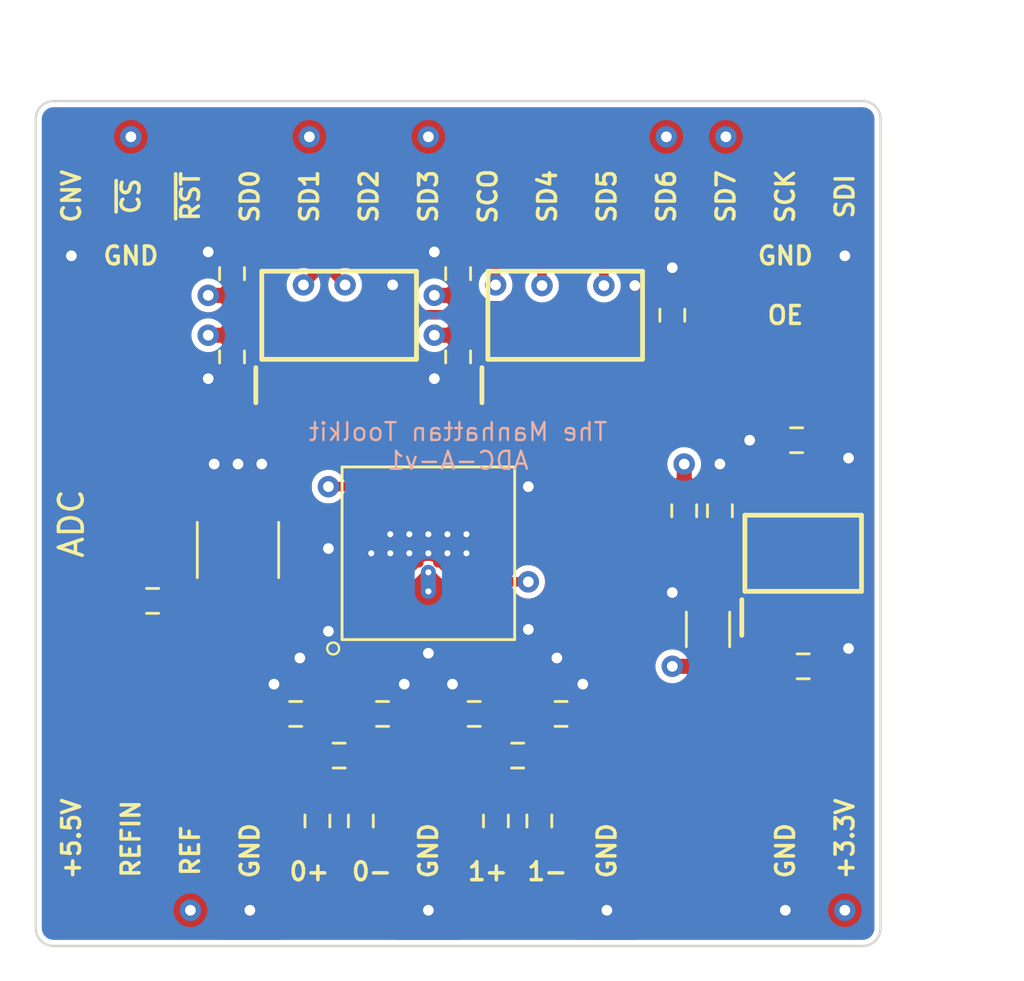
<source format=kicad_pcb>
(kicad_pcb (version 20240108) (generator "pcbnew") (generator_version "8.0")
  (title_block (comment 4 "AISLER Project ID: ZSVZMNNS"))
  (layers (0 "F.Cu" signal) (1 "In1.Cu" signal) (2 "In2.Cu" signal) (3 "In3.Cu" signal) (4 "In4.Cu" signal) (31 "B.Cu" signal) (34 "B.Paste" user) (35 "F.Paste" user) (36 "B.SilkS" user "B.Silkscreen") (37 "F.SilkS" user "F.Silkscreen") (38 "B.Mask" user) (39 "F.Mask" user) (44 "Edge.Cuts" user))
  (net 0 "")
  (net 1 "GND")
  (net 2 "+5V")
  (net 3 "+1V8")
  (net 4 "/SDO1")
  (net 5 "/SDO0")
  (net 6 "/SDO6")
  (net 7 "/SDO4")
  (net 8 "/SDO7")
  (net 9 "/SDO5")
  (net 10 "/CNV")
  (net 11 "/SDI")
  (net 12 "/SCK")
  (net 13 "/REF")
  (net 14 "/IN0+")
  (net 15 "/IN0-")
  (net 16 "/IN1+")
  (net 17 "/IN1-")
  (net 18 "/SDO3")
  (net 19 "/SDO2")
  (net 20 "Net-(R29-Pad1)")
  (net 21 "Net-(R30-Pad1)")
  (net 22 "Net-(R31-Pad1)")
  (net 23 "Net-(R32-Pad1)")
  (net 24 "+3V3")
  (net 25 "/ADC CNV")
  (net 26 "/ADC ~{RST}")
  (net 27 "/ADC SDO3")
  (net 28 "/ADC SDO1")
  (net 29 "/ADC SDO2")
  (net 30 "/ADC SDO0")
  (net 31 "/ADC SCKOUT")
  (net 32 "/ADC SDO6")
  (net 33 "/ADC SDO4")
  (net 34 "/ADC SDO7")
  (net 35 "/ADC SDO5")
  (net 36 "/ADC ~{CS}")
  (net 37 "/ADC SDI")
  (net 38 "/ADC SCK")
  (net 40 "/OE")
  (net 42 "/~{CS}")
  (net 45 "/SCKOUT")
  (net 46 "/~{RST}")
  (net 47 "Net-(U1A-REFIN)")
  (net 48 "Net-(IC1-CDELAY)")
  (net 49 "Net-(IC1-SENSE)")
  (net 50 "Net-(IC1-~{SHDN})")
  (net 51 "/ADC REFIN")
  (footprint "TestPoint:TestPoint_Pad_2.0x2.0mm" (layer "F.Cu") (at 152.5 82.5)
    (property "Reference" "TP13" (hide yes))
    (property "Value" "PIN")
  )
  (footprint "TestPoint:TestPoint_Pad_2.0x2.0mm" (layer "F.Cu") (at 147.5 115)
    (property "Reference" "TP2" (hide yes))
    (property "Value" "IN0-")
  )
  (footprint "TXB0108PWR:SOP65P640X120-20N" (layer "F.Cu") (at 146.25 90 90)
    (property "Reference" "U3" (hide yes))
    (property "Value" "TXB0108DQSR" (hide yes))
  )
  (footprint "TestPoint:TestPoint_Pad_2.0x2.0mm" (layer "F.Cu") (at 137.5 115 90)
    (property "Reference" "TP6" (hide yes))
    (property "Value" "PIN")
  )
  (footprint "MCP1725-1802:SOIC127P600X175-8N" (layer "F.Cu") (at 165.75 100 90)
    (property "Reference" "IC1" (hide yes))
    (property "Value" "MCP1725-1802E_SN" (hide yes))
  )
  (footprint "Resistor_SMD:R_0603_1608Metric_Pad0.98x0.95mm_HandSolder" (layer "F.Cu") (at 151.925 106.75 180)
    (property "Reference" "C7" (hide yes))
    (property "Value" "CC")
  )
  (footprint "TestPoint:TestPoint_Pad_2.0x2.0mm" (layer "F.Cu") (at 155 115)
    (property "Reference" "TP4" (hide yes))
    (property "Value" "IN1-")
  )
  (footprint "TestPoint:TestPoint_Pad_2.0x2.0mm" (layer "F.Cu") (at 167.5 90 -90)
    (property "Reference" "TP22" (hide yes))
    (property "Value" "PIN")
  )
  (footprint "TestPoint:TestPoint_Pad_2.0x2.0mm" (layer "F.Cu") (at 152.5 115)
    (property "Reference" "TP3" (hide yes))
    (property "Value" "IN1+")
  )
  (footprint "Resistor_SMD:R_0603_1608Metric_Pad0.98x0.95mm_HandSolder" (layer "F.Cu") (at 148.075 106.75 180)
    (property "Reference" "C4" (hide yes))
    (property "Value" "CC")
  )
  (footprint "Resistor_SMD:R_0603_1608Metric_Pad0.98x0.95mm_HandSolder" (layer "F.Cu") (at 160.25 90 -90)
    (property "Reference" "R4" (hide yes))
    (property "Value" "R")
  )
  (footprint "TestPoint:TestPoint_Pad_2.0x2.0mm" (layer "F.Cu") (at 162.5 82.5)
    (property "Reference" "TP16" (hide yes))
    (property "Value" "PIN")
  )
  (footprint "TestPoint:TestPoint_Pad_2.0x2.0mm" (layer "F.Cu") (at 137.5 82.5)
    (property "Reference" "TP20" (hide yes))
    (property "Value" "PIN")
  )
  (footprint "Resistor_SMD:R_0603_1608Metric_Pad0.98x0.95mm_HandSolder" (layer "F.Cu") (at 154.6625 111.25 90)
    (property "Reference" "R32" (hide yes))
    (property "Value" "R")
  )
  (footprint "TestPoint:TestPoint_Pad_2.0x2.0mm" (layer "F.Cu") (at 142.5 115)
    (property "Reference" "TP24" (hide yes))
    (property "Value" "PIN")
  )
  (footprint "TestPoint:TestPoint_Pad_2.0x2.0mm" (layer "F.Cu") (at 155 82.5)
    (property "Reference" "TP15" (hide yes))
    (property "Value" "PIN")
  )
  (footprint "TestPoint:TestPoint_Pad_2.0x2.0mm" (layer "F.Cu") (at 167.5 87.5 180)
    (property "Reference" "TP28" (hide yes))
    (property "Value" "PIN")
  )
  (footprint "Resistor_SMD:R_0603_1608Metric_Pad0.98x0.95mm_HandSolder" (layer "F.Cu") (at 146.25 108.5)
    (property "Reference" "C6" (hide yes))
    (property "Value" "CD")
  )
  (footprint "TestPoint:TestPoint_Pad_2.0x2.0mm" (layer "F.Cu") (at 165 115)
    (property "Reference" "TP23" (hide yes))
    (property "Value" "PIN")
  )
  (footprint "TestPoint:TestPoint_Pad_2.0x2.0mm" (layer "F.Cu") (at 157.5 115)
    (property "Reference" "TP26" (hide yes))
    (property "Value" "PIN")
  )
  (footprint "TestPoint:TestPoint_Pad_2.0x2.0mm" (layer "F.Cu") (at 145 82.5)
    (property "Reference" "TP9" (hide yes))
    (property "Value" "PIN")
  )
  (footprint "Resistor_SMD:R_0603_1608Metric_Pad0.98x0.95mm_HandSolder" (layer "F.Cu") (at 153.75 108.5)
    (property "Reference" "C9" (hide yes))
    (property "Value" "CD")
  )
  (footprint "TestPoint:TestPoint_Pad_2.0x2.0mm" (layer "F.Cu") (at 165 82.5)
    (property "Reference" "TP18" (hide yes))
    (property "Value" "PIN")
  )
  (footprint "Resistor_SMD:R_0603_1608Metric_Pad0.98x0.95mm_HandSolder" (layer "F.Cu") (at 138.4125 102 180)
    (property "Reference" "R3" (hide yes))
    (property "Value" "100R")
  )
  (footprint "Capacitor_SMD:C_1812_4532Metric_Pad1.57x3.40mm_HandSolder" (layer "F.Cu") (at 142 99.8625 90)
    (property "Reference" "C5" (hide yes))
    (property "Value" "10uF")
  )
  (footprint "Resistor_SMD:R_0603_1608Metric_Pad0.98x0.95mm_HandSolder" (layer "F.Cu") (at 145.3375 111.25 90)
    (property "Reference" "R29" (hide yes))
    (property "Value" "R")
  )
  (footprint "TestPoint:TestPoint_Pad_2.0x2.0mm" (layer "F.Cu") (at 147.5 82.5)
    (property "Reference" "TP12" (hide yes))
    (property "Value" "PIN")
  )
  (footprint "Resistor_SMD:R_0603_1608Metric_Pad0.98x0.95mm_HandSolder" (layer "F.Cu") (at 152.8375 111.25 90)
    (property "Reference" "R31" (hide yes))
    (property "Value" "R")
  )
  (footprint "Resistor_SMD:R_0603_1608Metric_Pad0.98x0.95mm_HandSolder" (layer "F.Cu") (at 141.75 91.75 -90)
    (property "Reference" "C11" (hide yes))
    (property "Value" "100nF")
  )
  (footprint "Resistor_SMD:R_0603_1608Metric_Pad0.98x0.95mm_HandSolder" (layer "F.Cu") (at 141.75 88.25 90)
    (property "Reference" "C12" (hide yes))
    (property "Value" "100nF")
  )
  (footprint "Resistor_SMD:R_0603_1608Metric_Pad0.98x0.95mm_HandSolder" (layer "F.Cu") (at 165.4725 95.25 180)
    (property "Reference" "C13" (hide yes))
    (property "Value" "1nF")
  )
  (footprint "TestPoint:TestPoint_Pad_2.0x2.0mm" (layer "F.Cu") (at 157.5 82.5)
    (property "Reference" "TP17" (hide yes))
    (property "Value" "PIN")
  )
  (footprint "Resistor_SMD:R_0603_1608Metric_Pad0.98x0.95mm_HandSolder" (layer "F.Cu") (at 147.1625 111.25 90)
    (property "Reference" "R30" (hide yes))
    (property "Value" "R")
  )
  (footprint "TestPoint:TestPoint_Pad_2.0x2.0mm" (layer "F.Cu") (at 150 115)
    (property "Reference" "TP25" (hide yes))
    (property "Value" "PIN")
  )
  (footprint "Resistor_SMD:R_0603_1608Metric_Pad0.98x0.95mm_HandSolder" (layer "F.Cu") (at 165.75 104.75)
    (property "Reference" "R1" (hide yes))
    (property "Value" "R")
  )
  (footprint "TestPoint:TestPoint_Pad_2.0x2.0mm" (layer "F.Cu") (at 145 115)
    (property "Reference" "TP1" (hide yes))
    (property "Value" "IN0+")
  )
  (footprint "Resistor_SMD:R_0603_1608Metric_Pad0.98x0.95mm_HandSolder" (layer "F.Cu") (at 160.75 98.2125 90)
    (property "Reference" "R2" (hide yes))
    (property "Value" "R")
  )
  (footprint "TestPoint:TestPoint_Pad_2.0x2.0mm" (layer "F.Cu") (at 167.5 115 180)
    (property "Reference" "TP29" (hide yes))
    (property "Value" "PIN")
  )
  (footprint "TestPoint:TestPoint_Pad_2.0x2.0mm" (layer "F.Cu") (at 135 115)
    (property "Reference" "TP21" (hide yes))
    (property "Value" "PIN")
  )
  (footprint "Resistor_SMD:R_0603_1608Metric_Pad0.98x0.95mm_HandSolder" (layer "F.Cu") (at 151.25 91.75 -90)
    (property "Reference" "C10" (hide yes))
    (property "Value" "100nF")
  )
  (footprint "TestPoint:TestPoint_Pad_2.0x2.0mm" (layer "F.Cu") (at 140 82.5)
    (property "Reference" "TP8" (hide yes))
    (property "Value" "PIN")
  )
  (footprint "TestPoint:TestPoint_Pad_2.0x2.0mm" (layer "F.Cu") (at 140 115 90)
    (property "Reference" "TP5" (hide yes))
    (property "Value" "PIN")
  )
  (footprint "Resistor_SMD:R_0603_1608Metric_Pad0.98x0.95mm_HandSolder" (layer "F.Cu") (at 162.25 98.2125 90)
    (property "Reference" "C14" (hide yes))
    (property "Value" "1uF")
  )
  (footprint "Resistor_SMD:R_0603_1608Metric_Pad0.98x0.95mm_HandSolder" (layer "F.Cu") (at 155.575 106.75 180)
    (property "Reference" "C8" (hide yes))
    (property "Value" "CC")
  )
  (footprint "TestPoint:TestPoint_Pad_2.0x2.0mm" (layer "F.Cu") (at 167.5 82.5)
    (property "Reference" "TP19" (hide yes))
    (property "Value" "PIN")
  )
  (footprint "Resistor_SMD:R_1206_3216Metric_Pad1.30x1.75mm_HandSolder" (layer "F.Cu") (at 161.75 103.2 90)
    (property "Reference" "C16" (hide yes))
    (property "Value" "10uF")
  )
  (footprint "TestPoint:TestPoint_Pad_2.0x2.0mm" (layer "F.Cu") (at 150 82.5)
    (property "Reference" "TP10" (hide yes))
    (property "Value" "PIN")
  )
  (footprint "TXB0108PWR:SOP65P640X120-20N" (layer "F.Cu") (at 155.75 90 90)
    (property "Reference" "U2" (hide yes))
    (property "Value" "TXB0108DQSR" (hide yes))
  )
  (footprint "TestPoint:TestPoint_Pad_2.0x2.0mm" (layer "F.Cu") (at 135 87.5 180)
    (property "Reference" "TP27" (hide yes))
    (property "Value" "PIN")
  )
  (footprint "TestPoint:TestPoint_Pad_2.0x2.0mm" (layer "F.Cu") (at 135 82.5)
    (property "Reference" "TP7" (hide yes))
    (property "Value" "PIN")
  )
  (footprint "Resistor_SMD:R_0603_1608Metric_Pad0.98x0.95mm_HandSolder" (layer "F.Cu") (at 144.425 106.75 180)
    (property "Reference" "C3" (hide yes))
    (property "Value" "CC")
  )
  (footprint "TestPoint:TestPoint_Pad_2.0x2.0mm" (layer "F.Cu") (at 142.5 82.5)
    (property "Reference" "TP11" (hide yes))
    (property "Value" "PIN")
  )
  (footprint "TestPoint:TestPoint_Pad_2.0x2.0mm" (layer "F.Cu") (at 160 82.5)
    (property "Reference" "TP14" (hide yes))
    (property "Value" "PIN")
  )
  (footprint "Resistor_SMD:R_0603_1608Metric_Pad0.98x0.95mm_HandSolder" (layer "F.Cu") (at 151.25 88.25 90)
    (property "Reference" "C15" (hide yes))
    (property "Value" "100nF")
  )
  (footprint "AD4630:AD4630-24BBCZ" (layer "F.Cu") (at 150 100 90)
    (property "Reference" "U1" (hide yes))
    (property "Value" "AD4630-24BBCZ" (hide yes))
  )
  (gr_arc (start 133.5 81.75) (mid 133.71967 81.21967) (end 134.25 81) (stroke (width 0.1)) (layer "Edge.Cuts"))
  (gr_line (start 168.25 116.5) (end 134.25 116.5) (stroke (width 0.1)) (layer "Edge.Cuts"))
  (gr_line (start 134.25 81) (end 168.25 81) (stroke (width 0.1)) (layer "Edge.Cuts"))
  (gr_line (start 169 81.75) (end 169 115.75) (stroke (width 0.1)) (layer "Edge.Cuts"))
  (gr_arc (start 168.25 81) (mid 168.78033 81.21967) (end 169 81.75) (stroke (width 0.1)) (layer "Edge.Cuts"))
  (gr_arc (start 169 115.75) (mid 168.78033 116.28033) (end 168.25 116.5) (stroke (width 0.1)) (layer "Edge.Cuts"))
  (gr_arc (start 134.25 116.5) (mid 133.71967 116.28033) (end 133.5 115.75) (stroke (width 0.1)) (layer "Edge.Cuts"))
  (gr_line (start 133.5 115.75) (end 133.5 81.75) (stroke (width 0.1)) (layer "Edge.Cuts"))
  (gr_text "The Manhattan Toolkit\nADC-A-v1" (at 151.25 95.5 0) (layer "B.SilkS") (effects (font (size 0.75 0.75) (thickness 0.1)) (justify mirror)))
  (gr_text "REFIN" (at 137.5 112 90) (layer "F.SilkS") (effects (font (size 0.75 0.75))))
  (gr_text "SD0" (at 142.5 85 90) (layer "F.SilkS") (effects (font (size 0.75 0.75))))
  (gr_text "GND" (at 165 112.5 90) (layer "F.SilkS") (effects (font (size 0.75 0.75))))
  (gr_text "0+" (at 145 113.375 0) (layer "F.SilkS") (effects (font (size 0.75 0.75))))
  (gr_text "ADC" (at 135 98.75 90) (layer "F.SilkS") (effects (font (size 1 1))))
  (gr_text "GND" (at 165 87.5 0) (layer "F.SilkS") (effects (font (size 0.75 0.75))))
  (gr_text "~{CS}" (at 137.5 85 90) (layer "F.SilkS") (effects (font (size 0.75 0.75))))
  (gr_text "SD3" (at 150 85 90) (layer "F.SilkS") (effects (font (size 0.75 0.75))))
  (gr_text "SCK" (at 165 85 90) (layer "F.SilkS") (effects (font (size 0.75 0.75))))
  (gr_text "SDI" (at 167.5 85 90) (layer "F.SilkS") (effects (font (size 0.75 0.75))))
  (gr_text "CNV" (at 135 85 90) (layer "F.SilkS") (effects (font (size 0.75 0.75))))
  (gr_text "1+" (at 152.5 113.375 0) (layer "F.SilkS") (effects (font (size 0.75 0.75))))
  (gr_text "SD5" (at 157.5 85 90) (layer "F.SilkS") (effects (font (size 0.75 0.75))))
  (gr_text "~{RST}" (at 140 85 90) (layer "F.SilkS") (effects (font (size 0.75 0.75))))
  (gr_text "0-" (at 147.625 113.375 0) (layer "F.SilkS") (effects (font (size 0.75 0.75))))
  (gr_text "1-" (at 155 113.375 0) (layer "F.SilkS") (effects (font (size 0.75 0.75))))
  (gr_text "SD2" (at 147.5 85 90) (layer "F.SilkS") (effects (font (size 0.75 0.75))))
  (gr_text "+5.5V" (at 135 112 90) (layer "F.SilkS") (effects (font (size 0.75 0.75))))
  (gr_text "SD1" (at 145 85 90) (layer "F.SilkS") (effects (font (size 0.75 0.75))))
  (gr_text "SCO" (at 152.5 85 90) (layer "F.SilkS") (effects (font (size 0.75 0.75))))
  (gr_text "GND" (at 142.5 112.5 90) (layer "F.SilkS") (effects (font (size 0.75 0.75))))
  (gr_text "GND" (at 137.5 87.5 0) (layer "F.SilkS") (effects (font (size 0.75 0.75))))
  (gr_text "REF" (at 140 112.5 90) (layer "F.SilkS") (effects (font (size 0.75 0.75))))
  (gr_text "SD7" (at 162.5 85 90) (layer "F.SilkS") (effects (font (size 0.75 0.75))))
  (gr_text "GND" (at 150 112.5 90) (layer "F.SilkS") (effects (font (size 0.75 0.75))))
  (gr_text "OE" (at 165 90 0) (layer "F.SilkS") (effects (font (size 0.75 0.75))))
  (gr_text "+3.3V" (at 167.5 112 90) (layer "F.SilkS") (effects (font (size 0.75 0.75))))
  (gr_text "GND" (at 157.5 112.5 90) (layer "F.SilkS") (effects (font (size 0.75 0.75))))
  (gr_text "SD6" (at 160 85 90) (layer "F.SilkS") (effects (font (size 0.75 0.75))))
  (gr_text "SD4" (at 155 85 90) (layer "F.SilkS") (effects (font (size 0.75 0.75))))
  (segment (start 142 97.725) (end 142 96.25) (width 0.635) (layer "F.Cu") (net 1))
  (segment (start 149.6 103.8) (end 150 104.2) (width 0.4) (layer "F.Cu") (net 1))
  (segment (start 149.6 102.8) (end 149.6 103.8) (width 0.4) (layer "F.Cu") (net 1))
  (segment (start 150.25 92.6625) (end 151.25 92.6625) (width 0.635) (layer "F.Cu") (net 1))
  (segment (start 151.0125 105.5) (end 151.0125 106.75) (width 0.635) (layer "F.Cu") (net 1))
  (segment (start 167.655 97.3) (end 167.655 96) (width 0.635) (layer "F.Cu") (net 1))
  (segment (start 150.25 87.3375) (end 151.25 87.3375) (width 0.635) (layer "F.Cu") (net 1))
  (segment (start 158.675 88.75) (end 158.675 87.062) (width 0.4) (layer "F.Cu") (net 1))
  (segment (start 143.5125 106.75) (end 143.5125 105.5) (width 0.635) (layer "F.Cu") (net 1))
  (segment (start 156.4875 105.5) (end 156.4875 106.75) (width 0.635) (layer "F.Cu") (net 1))
  (segment (start 143 96.25) (end 142 96.25) (width 0.635) (layer "F.Cu") (net 1))
  (segment (start 143.5125 105.5) (end 143.5125 105.4875) (width 0.4) (layer "F.Cu") (net 1))
  (segment (start 160.25 89.0875) (end 160.25 88) (width 0.635) (layer "F.Cu") (net 1))
  (segment (start 140.75 92.6625) (end 141.75 92.6625) (width 0.635) (layer "F.Cu") (net 1))
  (segment (start 164.56 95.25) (end 163.5 95.25) (width 0.635) (layer "F.Cu") (net 1))
  (segment (start 148.5265 88.7235) (end 149.175 88.075) (width 0.4) (layer "F.Cu") (net 1))
  (segment (start 148.5 88.7235) (end 148.5265 88.7235) (width 0.4) (layer "F.Cu") (net 1))
  (segment (start 141 96.25) (end 142 96.25) (width 0.635) (layer "F.Cu") (net 1))
  (segment (start 140.75 87.3375) (end 141.75 87.3375) (width 0.635) (layer "F.Cu") (net 1))
  (segment (start 160.25 101.65) (end 161.75 101.65) (width 0.635) (layer "F.Cu") (net 1))
  (segment (start 148.9875 105.5) (end 148.9875 106.75) (width 0.635) (layer "F.Cu") (net 1))
  (segment (start 149.175 87.062) (end 149.175 88.075) (width 0.4) (layer "F.Cu") (net 1))
  (segment (start 167.655 102.7) (end 167.655 104) (width 0.635) (layer "F.Cu") (net 1))
  (segment (start 162.25 97.3) (end 162.25 96.25) (width 0.635) (layer "F.Cu") (net 1))
  (via (at 143.5125 105.5) (size 0.9) (drill 0.45) (layers "F.Cu" "B.Cu") (net 1))
  (via (at 150.25 87.3375) (size 0.9) (drill 0.45) (layers "F.Cu" "B.Cu") (net 1))
  (via (at 151.6 100) (size 0.4572) (drill 0.254) (layers "F.Cu" "B.Cu") (net 1))
  (via (at 151.6 99.2) (size 0.4572) (drill 0.254) (layers "F.Cu" "B.Cu") (net 1))
  (via (at 151.0125 105.5) (size 0.9) (drill 0.45) (layers "F.Cu" "B.Cu") (net 1))
  (via (at 143 96.25) (size 0.9) (drill 0.45) (layers "F.Cu" "B.Cu") (net 1))
  (via (at 147.6 100) (size 0.4572) (drill 0.254) (layers "F.Cu" "B.Cu") (net 1))
  (via (at 148.5 88.7235) (size 0.9) (drill 0.45) (layers "F.Cu" "B.Cu") (net 1))
  (via (at 149.2 100) (size 0.4572) (drill 0.254) (layers "F.Cu" "B.Cu") (net 1))
  (via (at 157.5 115) (size 0.9) (drill 0.45) (layers "F.Cu" "B.Cu") (net 1))
  (via (at 167.655 104) (size 0.9) (drill 0.45) (layers "F.Cu" "B.Cu") (net 1))
  (via (at 167.5 87.5) (size 0.9) (drill 0.45) (layers "F.Cu" "B.Cu") (net 1))
  (via (at 150.8 99.2) (size 0.4572) (drill 0.254) (layers "F.Cu" "B.Cu") (net 1))
  (via (at 167.655 96) (size 0.9) (drill 0.45) (layers "F.Cu" "B.Cu") (net 1))
  (via (at 140.75 92.6625) (size 0.9) (drill 0.45) (layers "F.Cu" "B.Cu") (net 1))
  (via (at 135 87.5) (size 0.9) (drill 0.45) (layers "F.Cu" "B.Cu") (net 1))
  (via (at 148.4 100) (size 0.4572) (drill 0.254) (layers "F.Cu" "B.Cu") (net 1))
  (via (at 156.4875 105.5) (size 0.9) (drill 0.45) (layers "F.Cu" "B.Cu") (net 1))
  (via (at 154.2 103.2) (size 0.9) (drill 0.45) (layers "F.Cu" "B.Cu") (net 1))
  (via (at 165 115) (size 0.9) (drill 0.45) (layers "F.Cu" "B.Cu") (net 1))
  (via (at 154.2 97.2) (size 0.9) (drill 0.45) (layers "F.Cu" "B.Cu") (net 1))
  (via (at 140.75 87.3375) (size 0.9) (drill 0.45) (layers "F.Cu" "B.Cu") (net 1))
  (via (at 141 96.25) (size 0.9) (drill 0.45) (layers "F.Cu" "B.Cu") (net 1))
  (via (at 148.9875 105.5) (size 0.9) (drill 0.45) (layers "F.Cu" "B.Cu") (net 1))
  (via (at 142 96.25) (size 0.9) (drill 0.45) (layers "F.Cu" "B.Cu") (net 1))
  (via (at 150 99.2) (size 0.4572) (drill 0.254) (layers "F.Cu" "B.Cu") (net 1))
  (via (at 158.675 88.75) (size 0.9) (drill 0.45) (layers "F.Cu" "B.Cu") (net 1))
  (via (at 150 104.2) (size 0.9) (drill 0.45) (layers "F.Cu" "B.Cu") (net 1))
  (via (at 145.8 99.8) (size 0.9) (drill 0.45) (layers "F.Cu" "B.Cu") (net 1))
  (via (at 142.5 115) (size 0.9) (drill 0.45) (layers "F.Cu" "B.Cu") (net 1))
  (via (at 150 100) (size 0.4572) (drill 0.254) (layers "F.Cu" "B.Cu") (net 1))
  (via (at 150.8 100) (size 0.4572) (drill 0.254) (layers "F.Cu" "B.Cu") (net 1))
  (via (at 149.2 99.2) (size 0.4572) (drill 0.254) (layers "F.Cu" "B.Cu") (net 1))
  (via (at 150.25 92.6625) (size 0.9) (drill 0.45) (layers "F.Cu" "B.Cu") (net 1))
  (via (at 144.6 104.4) (size 0.9) (drill 0.45) (layers "F.Cu" "B.Cu") (net 1))
  (via (at 155.4 104.4) (size 0.9) (drill 0.45) (layers "F.Cu" "B.Cu") (net 1))
  (via (at 163.5 95.25) (size 0.9) (drill 0.45) (layers "F.Cu" "B.Cu") (net 1))
  (via (at 162.25 96.25) (size 0.9) (drill 0.45) (layers "F.Cu" "B.Cu") (net 1))
  (via (at 145.8 103.277) (size 0.9) (drill 0.45) (layers "F.Cu" "B.Cu") (net 1))
  (via (at 148.4 99.2) (size 0.4572) (drill 0.254) (layers "F.Cu" "B.Cu") (net 1))
  (via (at 160.25 101.65) (size 0.9) (drill 0.45) (layers "F.Cu" "B.Cu") (net 1))
  (via (at 150 115) (size 0.9) (drill 0.45) (layers "F.Cu" "B.Cu") (net 1))
  (via (at 160.25 88) (size 0.9) (drill 0.45) (layers "F.Cu" "B.Cu") (net 1))
  (segment (start 147.2 101.2) (end 148 101.2) (width 0.4) (layer "F.Cu") (net 2))
  (segment (start 147.2 101.2) (end 145.7 101.2) (width 0.4) (layer "F.Cu") (net 2))
  (segment (start 135 102) (end 135 115) (width 0.4) (layer "F.Cu") (net 2))
  (segment (start 145 100.5) (end 136.5 100.5) (width 0.4) (layer "F.Cu") (net 2))
  (segment (start 145.7 101.2) (end 145 100.5) (width 0.4) (layer "F.Cu") (net 2))
  (segment (start 136.5 100.5) (end 135 102) (width 0.4) (layer "F.Cu") (net 2))
  (segment (start 152.8 101.2) (end 154.2 101.2) (width 0.4) (layer "F.Cu") (net 3))
  (segment (start 143.975 92.938) (end 143.975 91.975) (width 0.4) (layer "F.Cu") (net 3))
  (segment (start 143.975 91.975) (end 142.8375 90.8375) (width 0.4) (layer "F.Cu") (net 3))
  (segment (start 153.475 91.975) (end 153.475 92.938) (width 0.4) (layer "F.Cu") (net 3))
  (segment (start 140.75 90.8375) (end 141.75 90.8375) (width 0.635) (layer "F.Cu") (net 3))
  (segment (start 160.75 96.25) (end 160.75 97.3) (width 0.635) (layer "F.Cu") (net 3))
  (segment (start 151.25 90.8375) (end 151.8375 90.8375) (width 0.4) (layer "F.Cu") (net 3))
  (segment (start 152 101.2) (end 152.8 101.2) (width 0.4) (layer "F.Cu") (net 3))
  (segment (start 150.25 90.8375) (end 151.25 90.8375) (width 0.635) (layer "F.Cu") (net 3))
  (segment (start 153.25 91.75) (end 153.475 91.975) (width 0.4) (layer "F.Cu") (net 3))
  (segment (start 152.75 91.75) (end 153.25 91.75) (width 0.4) (layer "F.Cu") (net 3))
  (segment (start 151.8375 90.8375) (end 152.75 91.75) (width 0.4) (layer "F.Cu") (net 3))
  (segment (start 142.8375 90.8375) (end 141.75 90.8375) (width 0.4) (layer "F.Cu") (net 3))
  (segment (start 148 97.2) (end 145.8 97.2) (width 0.4) (layer "F.Cu") (net 3))
  (via (at 150.25 90.8375) (size 0.9) (drill 0.45) (layers "F.Cu" "B.Cu") (net 3))
  (via (at 145.8 97.2) (size 0.9) (drill 0.45) (layers "F.Cu" "B.Cu") (net 3))
  (via (at 160.75 96.25) (size 0.9) (drill 0.45) (layers "F.Cu" "B.Cu") (net 3))
  (via (at 154.2 101.2) (size 0.9) (drill 0.45) (layers "F.Cu" "B.Cu") (net 3))
  (via (at 140.75 90.8375) (size 0.9) (drill 0.45) (layers "F.Cu" "B.Cu") (net 3))
  (segment (start 144.7515 88.7235) (end 145.275 88.2) (width 0.4) (layer "F.Cu") (net 4))
  (segment (start 145.275 88.2) (end 145.275 87.062) (width 0.4) (layer "F.Cu") (net 4))
  (via (at 144.7515 88.7235) (size 0.9) (drill 0.45) (layers "F.Cu" "B.Cu") (net 4))
  (via (at 145 82.5) (size 0.9) (drill 0.45) (layers "F.Cu" "B.Cu") (net 4))
  (segment (start 146.575 87.062) (end 146.575 85.825) (width 0.4) (layer "F.Cu") (net 5))
  (segment (start 142.5 83.75) (end 142.5 82.5) (width 0.4) (layer "F.Cu") (net 5))
  (segment (start 142.95 84.2) (end 142.5 83.75) (width 0.4) (layer "F.Cu") (net 5))
  (segment (start 144.95 84.2) (end 142.95 84.2) (width 0.4) (layer "F.Cu") (net 5))
  (segment (start 146.575 85.825) (end 144.95 84.2) (width 0.4) (layer "F.Cu") (net 5))
  (segment (start 152.825 88.7235) (end 152.825 87.062) (width 0.4) (layer "F.Cu") (net 6))
  (via (at 152.825 88.7235) (size 0.9) (drill 0.45) (layers "F.Cu" "B.Cu") (net 6))
  (via (at 160 82.5) (size 0.9) (drill 0.45) (layers "F.Cu" "B.Cu") (net 6))
  (segment (start 155 82.5) (end 155 84) (width 0.4) (layer "F.Cu") (net 7))
  (segment (start 154.125 85.25) (end 155 84.375) (width 0.4) (layer "F.Cu") (net 7))
  (segment (start 154.125 87.062) (end 154.125 85.25) (width 0.4) (layer "F.Cu") (net 7))
  (segment (start 155 84.375) (end 155 82.5) (width 0.4) (layer "F.Cu") (net 7))
  (segment (start 154.775 88.75) (end 154.775 87.062) (width 0.4) (layer "F.Cu") (net 8))
  (via (at 162.5 82.5) (size 0.9) (drill 0.45) (layers "F.Cu" "B.Cu") (net 8))
  (via (at 154.775 88.75) (size 0.9) (drill 0.45) (layers "F.Cu" "B.Cu") (net 8))
  (segment (start 157.5 83.75) (end 157.05 84.2) (width 0.4) (layer "F.Cu") (net 9))
  (segment (start 156.55 84.2) (end 156.8 84.2) (width 0.4) (layer "F.Cu") (net 9))
  (segment (start 157.05 84.2) (end 156.8 84.2) (width 0.4) (layer "F.Cu") (net 9))
  (segment (start 156.55 84.2) (end 157.05 84.2) (width 0.4) (layer "F.Cu") (net 9))
  (segment (start 157.5 82.5) (end 157.5 83.75) (width 0.4) (layer "F.Cu") (net 9))
  (segment (start 155.425 85.325) (end 155.425 87.062) (width 0.4) (layer "F.Cu") (net 9))
  (segment (start 155.425 85.325) (end 156.55 84.2) (width 0.4) (layer "F.Cu") (net 9))
  (segment (start 135 82.5) (end 135 84) (width 0.4) (layer "F.Cu") (net 10))
  (segment (start 143.05 85.8) (end 142.5 85.8) (width 0.4) (layer "F.Cu") (net 10))
  (segment (start 143.325 86.075) (end 143.325 87.062) (width 0.4) (layer "F.Cu") (net 10))
  (segment (start 143.325 86.075) (end 143.05 85.8) (width 0.4) (layer "F.Cu") (net 10))
  (segment (start 135 84) (end 136.8 85.8) (width 0.4) (layer "F.Cu") (net 10))
  (segment (start 136.8 85.8) (end 142.5 85.8) (width 0.4) (layer "F.Cu") (net 10))
  (segment (start 157 85.75) (end 156.725 86.025) (width 0.4) (layer "F.Cu") (net 11))
  (segment (start 167.5 82.5) (end 167.5 84) (width 0.4) (layer "F.Cu") (net 11))
  (segment (start 156.725 86.025) (end 156.725 87.062) (width 0.4) (layer "F.Cu") (net 11))
  (segment (start 167.5 84) (end 165.75 85.75) (width 0.4) (layer "F.Cu") (net 11))
  (segment (start 165.75 85.75) (end 157 85.75) (width 0.4) (layer "F.Cu") (net 11))
  (segment (start 165 84) (end 164 85) (width 0.4) (layer "F.Cu") (net 12))
  (segment (start 156.075 85.675) (end 156.075 87.062) (width 0.4) (layer "F.Cu") (net 12))
  (segment (start 156.75 85) (end 157.4 85) (width 0.4) (layer "F.Cu") (net 12))
  (segment (start 165 82.5) (end 165 84) (width 0.4) (layer "F.Cu") (net 12))
  (segment (start 156.075 85.675) (end 156.75 85) (width 0.4) (layer "F.Cu") (net 12))
  (segment (start 164 85) (end 157.4 85) (width 0.4) (layer "F.Cu") (net 12))
  (segment (start 149.6 102) (end 150.4 102) (width 0.4) (layer "F.Cu") (net 13))
  (segment (start 149.6 102) (end 150.4 101.2) (width 0.4) (layer "F.Cu") (net 13))
  (segment (start 150 100.8) (end 150 101.2) (width 0.4) (layer "F.Cu") (net 13))
  (segment (start 150 100.8) (end 149.6 101.2) (width 0.4) (layer "F.Cu") (net 13))
  (segment (start 150 101.6) (end 150.4 102) (width 0.4) (layer "F.Cu") (net 13))
  (segment (start 150.4 101.2) (end 150 101.6) (width 0.4) (layer "F.Cu") (net 13))
  (segment (start 149.6 101.2) (end 150 101.2) (width 0.4) (layer "F.Cu") (net 13))
  (segment (start 150 101.2) (end 150.4 101.2) (width 0.4) (layer "F.Cu") (net 13))
  (segment (start 149.6 101.2) (end 150.4 102) (width 0.4) (layer "F.Cu") (net 13))
  (segment (start 149.6 101.2) (end 149.6 102) (width 0.4) (layer "F.Cu") (net 13))
  (segment (start 150 100.8) (end 150.4 101.2) (width 0.4) (layer "F.Cu") (net 13))
  (segment (start 150.4 101.2) (end 150.4 102) (width 0.4) (layer "F.Cu") (net 13))
  (via (at 150 100.8) (size 0.4572) (drill 0.254) (layers "F.Cu" "B.Cu") (net 13))
  (via (at 150 101.6) (size 0.4572) (drill 0.254) (layers "F.Cu" "B.Cu") (net 13))
  (via (at 140 115) (size 0.9) (drill 0.45) (layers "F.Cu" "B.Cu") (net 13))
  (segment (start 150 101.6) (end 150 100.8) (width 0.635) (layer "B.Cu") (net 13))
  (segment (start 145.3375 106.75) (end 145.3375 110.3375) (width 0.635) (layer "F.Cu") (net 14))
  (segment (start 148 102.8) (end 148 103.4) (width 0.4) (layer "F.Cu") (net 14))
  (segment (start 145.3375 106.75) (end 145.3375 105.5) (width 0.4) (layer "F.Cu") (net 14))
  (segment (start 148 103.4) (end 145.3375 105.5) (width 0.4) (layer "F.Cu") (net 14))
  (segment (start 147.1625 106.75) (end 147.1625 110.3375) (width 0.635) (layer "F.Cu") (net 15))
  (segment (start 147.1625 106.75) (end 147.1625 105.5) (width 0.4) (layer "F.Cu") (net 15))
  (segment (start 148.8 103.45) (end 147.1625 105.5) (width 0.4) (layer "F.Cu") (net 15))
  (segment (start 148.8 102.8) (end 148.8 103.45) (width 0.4) (layer "F.Cu") (net 15))
  (segment (start 151.2 103.4) (end 152.8375 105.5) (width 0.4) (layer "F.Cu") (net 16))
  (segment (start 151.2 102.8) (end 151.2 103.4) (width 0.4) (layer "F.Cu") (net 16))
  (segment (start 152.8375 106.75) (end 152.8375 105.5) (width 0.4) (layer "F.Cu") (net 16))
  (segment (start 152.8375 106.75) (end 152.8375 110.3375) (width 0.635) (layer "F.Cu") (net 16))
  (segment (start 152 102.8) (end 152 103.4) (width 0.4) (layer "F.Cu") (net 17))
  (segment (start 154.6625 106.75) (end 154.6625 110.3375) (width 0.635) (layer "F.Cu") (net 17))
  (segment (start 152 103.4) (end 154.6625 105.5) (width 0.4) (layer "F.Cu") (net 17))
  (segment (start 154.6625 106.75) (end 154.6625 105.5) (width 0.4) (layer "F.Cu") (net 17))
  (segment (start 146.5 88.7235) (end 145.925 88.1485) (width 0.4) (layer "F.Cu") (net 18))
  (segment (start 145.925 88.1485) (end 145.925 87.062) (width 0.4) (layer "F.Cu") (net 18))
  (via (at 150 82.5) (size 0.9) (drill 0.45) (layers "F.Cu" "B.Cu") (net 18))
  (via (at 146.5 88.7235) (size 0.9) (drill 0.45) (layers "F.Cu" "B.Cu") (net 18))
  (segment (start 147.25 87.037) (end 147.225 87.062) (width 0.4) (layer "F.Cu") (net 19))
  (segment (start 147.225 87.062) (end 147.225 82.775) (width 0.4) (layer "F.Cu") (net 19))
  (segment (start 147.225 82.775) (end 147.5 82.5) (width 0.4) (layer "F.Cu") (net 19))
  (segment (start 145.3375 112.1625) (end 145.3375 113.1625) (width 0.635) (layer "F.Cu") (net 20))
  (segment (start 145.3375 113.1625) (end 145 113.5) (width 0.635) (layer "F.Cu") (net 20))
  (segment (start 145 113.5) (end 145 115) (width 0.635) (layer "F.Cu") (net 20))
  (segment (start 147.1625 112.1625) (end 147.1625 113.1625) (width 0.635) (layer "F.Cu") (net 21))
  (segment (start 147.1625 113.1625) (end 147.5 113.5) (width 0.635) (layer "F.Cu") (net 21))
  (segment (start 147.5 113.5) (end 147.5 115) (width 0.635) (layer "F.Cu") (net 21))
  (segment (start 152.8375 112.1625) (end 152.8375 113.1625) (width 0.635) (layer "F.Cu") (net 22))
  (segment (start 152.5 113.5) (end 152.5 115) (width 0.635) (layer "F.Cu") (net 22))
  (segment (start 152.8375 113.1625) (end 152.5 113.5) (width 0.635) (layer "F.Cu") (net 22))
  (segment (start 155 113.5) (end 155 115) (width 0.635) (layer "F.Cu") (net 23))
  (segment (start 154.6625 112.1625) (end 154.6625 113.1625) (width 0.635) (layer "F.Cu") (net 23))
  (segment (start 154.6625 113.1625) (end 155 113.5) (width 0.635) (layer "F.Cu") (net 23))
  (segment (start 153.75 89.05) (end 153.2 89.6) (width 0.4) (layer "F.Cu") (net 24))
  (segment (start 153.2 89.6) (end 152.4375 89.6) (width 0.4) (layer "F.Cu") (net 24))
  (segment (start 143.975 88.025) (end 142.8375 89.1625) (width 0.4) (layer "F.Cu") (net 24))
  (segment (start 153.75 88.180156) (end 153.75 89.05) (width 0.4) (layer "F.Cu") (net 24))
  (segment (start 164.8375 104) (end 164.8375 104.75) (width 0.635) (layer "F.Cu") (net 24))
  (segment (start 152 89.1625) (end 151.25 89.1625) (width 0.4) (layer "F.Cu") (net 24))
  (segment (start 163.845 104.655) (end 163.75 104.75) (width 0.635) (layer "F.Cu") (net 24))
  (segment (start 160.25 104.75) (end 161.75 104.75) (width 0.635) (layer "F.Cu") (net 24))
  (segment (start 164.8375 104.75) (end 163.75 104.75) (width 0.635) (layer "F.Cu") (net 24))
  (segment (start 163.845 102.7) (end 163.845 104.655) (width 0.635) (layer "F.Cu") (net 24))
  (segment (start 143.975 87.062) (end 143.975 88.025) (width 0.4) (layer "F.Cu") (net 24))
  (segment (start 153.475 87.905156) (end 153.75 88.180156) (width 0.4) (layer "F.Cu") (net 24))
  (segment (start 152.4375 89.6) (end 152 89.1625) (width 0.4) (layer "F.Cu") (net 24))
  (segment (start 161.75 104.75) (end 163.75 104.75) (width 0.635) (layer "F.Cu") (net 24))
  (segment (start 140.75 89.1625) (end 141.75 89.1625) (width 0.635) (layer "F.Cu") (net 24))
  (segment (start 165.115 102.7) (end 165.115 103.7225) (width 0.635) (layer "F.Cu") (net 24))
  (segment (start 150.25 89.1625) (end 151.25 89.1625) (width 0.635) (layer "F.Cu") (net 24))
  (segment (start 142.8375 89.1625) (end 141.75 89.1625) (width 0.4) (layer "F.Cu") (net 24))
  (segment (start 153.475 87.062) (end 153.475 87.905156) (width 0.4) (layer "F.Cu") (net 24))
  (segment (start 165.115 103.7225) (end 164.8375 104) (width 0.635) (layer "F.Cu") (net 24))
  (via (at 140.75 89.1625) (size 0.9) (drill 0.45) (layers "F.Cu" "B.Cu") (net 24))
  (via (at 160.25 104.75) (size 0.9) (drill 0.45) (layers "F.Cu" "B.Cu") (net 24))
  (via (at 167.5 115) (size 0.9) (drill 0.45) (layers "F.Cu" "B.Cu") (net 24))
  (via (at 150.25 89.1625) (size 0.9) (drill 0.45) (layers "F.Cu" "B.Cu") (net 24))
  (segment (start 144.6 97.8) (end 145.6 98.8) (width 0.2) (layer "F.Cu") (net 25))
  (segment (start 144.6 95.4) (end 144.6 97.8) (width 0.2) (layer "F.Cu") (net 25))
  (segment (start 143.325 92.938) (end 143.325 94.125) (width 0.2) (layer "F.Cu") (net 25))
  (segment (start 145.6 98.8) (end 147.2 98.8) (width 0.2) (layer "F.Cu") (net 25))
  (segment (start 143.325 94.125) (end 144.6 95.4) (width 0.2) (layer "F.Cu") (net 25))
  (segment (start 145 97.6) (end 145.4 98) (width 0.2) (layer "F.Cu") (net 26))
  (segment (start 145.4 98) (end 147.2 98) (width 0.2) (layer "F.Cu") (net 26))
  (segment (start 144.625 94.825) (end 145 95.2) (width 0.2) (layer "F.Cu") (net 26))
  (segment (start 145 95.2) (end 145 97.6) (width 0.2) (layer "F.Cu") (net 26))
  (segment (start 144.625 92.938) (end 144.625 94.825) (width 0.2) (layer "F.Cu") (net 26))
  (segment (start 149.2 96.4) (end 148.581 95.781) (width 0.2) (layer "F.Cu") (net 27))
  (segment (start 145.925 94.125) (end 145.925 92.938) (width 0.2) (layer "F.Cu") (net 27))
  (segment (start 146.275 94.475) (end 145.925 94.125) (width 0.2) (layer "F.Cu") (net 27))
  (segment (start 147.581 95.781) (end 146.175 94.375) (width 0.2) (layer "F.Cu") (net 27))
  (segment (start 149.2 96.8) (end 149.2 96.4) (width 0.2) (layer "F.Cu") (net 27))
  (segment (start 148.8 98) (end 149.2 97.6) (width 0.1524) (layer "F.Cu") (net 27))
  (segment (start 149.2 97.6) (end 149.2 96.8) (width 0.1524) (layer "F.Cu") (net 27))
  (segment (start 148.581 95.781) (end 147.581 95.781) (width 0.2) (layer "F.Cu") (net 27))
  (segment (start 145.275 92.938) (end 145.275 94.075) (width 0.2) (layer "F.Cu") (net 28))
  (segment (start 145.275 94.075) (end 147.308 96.108) (width 0.2) (layer "F.Cu") (net 28))
  (segment (start 148.8 96.554448) (end 148.8 97.2) (width 0.2) (layer "F.Cu") (net 28))
  (segment (start 148.353552 96.108) (end 148.8 96.554448) (width 0.2) (layer "F.Cu") (net 28))
  (segment (start 147.308 96.108) (end 148.353552 96.108) (width 0.2) (layer "F.Cu") (net 28))
  (segment (start 147.225 94.256224) (end 147.968776 95) (width 0.2) (layer "F.Cu") (net 29))
  (segment (start 150 96) (end 150 96.8) (width 0.2) (layer "F.Cu") (net 29))
  (segment (start 150 97.6) (end 149.6 98) (width 0.1524) (layer "F.Cu") (net 29))
  (segment (start 149 95) (end 150 96) (width 0.2) (layer "F.Cu") (net 29))
  (segment (start 147.225 92.938) (end 147.225 94.256224) (width 0.2) (layer "F.Cu") (net 29))
  (segment (start 147.968776 95) (end 149 95) (width 0.2) (layer "F.Cu") (net 29))
  (segment (start 150 96.8) (end 150 97.6) (width 0.1524) (layer "F.Cu") (net 29))
  (segment (start 146.575 92.938) (end 146.575 94.175) (width 0.2) (layer "F.Cu") (net 30))
  (segment (start 147.8 95.4) (end 148.8 95.4) (width 0.2) (layer "F.Cu") (net 30))
  (segment (start 146.575 94.175) (end 147.8 95.4) (width 0.2) (layer "F.Cu") (net 30))
  (segment (start 149.6 96.2) (end 149.6 97.2) (width 0.2) (layer "F.Cu") (net 30))
  (segment (start 148.8 95.4) (end 149.6 96.2) (width 0.2) (layer "F.Cu") (net 30))
  (segment (start 150.4 95.8) (end 150.4 97.2) (width 0.2) (layer "F.Cu") (net 31))
  (segment (start 149.2 94.6) (end 150.4 95.8) (width 0.2) (layer "F.Cu") (net 31))
  (segment (start 147.875 92.938) (end 147.875 94.275) (width 0.2) (layer "F.Cu") (net 31))
  (segment (start 147.875 94.275) (end 148.2 94.6) (width 0.2) (layer "F.Cu") (net 31))
  (segment (start 148.2 94.6) (end 149.2 94.6) (width 0.2) (layer "F.Cu") (net 31))
  (segment (start 150.8 96.8) (end 150.8 95.8) (width 0.2) (layer "F.Cu") (net 32))
  (segment (start 150.8 95.8) (end 152.4 94.2) (width 0.2) (layer "F.Cu") (net 32))
  (segment (start 152.4 94.2) (end 152.625 94.2) (width 0.2) (layer "F.Cu") (net 32))
  (segment (start 150.8 97.6) (end 150.8 96.8) (width 0.1524) (layer "F.Cu") (net 32))
  (segment (start 152.825 94) (end 152.825 92.938) (width 0.2) (layer "F.Cu") (net 32))
  (segment (start 152.625 94.2) (end 152.825 94) (width 0.2) (layer "F.Cu") (net 32))
  (segment (start 150.8 97.6) (end 151.2 98) (width 0.1524) (layer "F.Cu") (net 32))
  (segment (start 154.125 94.262552) (end 153.787552 94.6) (width 0.2) (layer "F.Cu") (net 33))
  (segment (start 154.125 92.938) (end 154.125 94.262552) (width 0.2) (layer "F.Cu") (net 33))
  (segment (start 153.4 94.6) (end 153.2 94.6) (width 0.2) (layer "F.Cu") (net 33))
  (segment (start 151.2 95.968776) (end 151.2 97.2) (width 0.2) (layer "F.Cu") (net 33))
  (segment (start 152.568776 94.6) (end 151.2 95.968776) (width 0.2) (layer "F.Cu") (net 33))
  (segment (start 153.787552 94.6) (end 153.2 94.6) (width 0.2) (layer "F.Cu") (net 33))
  (segment (start 153.2 94.6) (end 152.568776 94.6) (width 0.2) (layer "F.Cu") (net 33))
  (segment (start 152 98) (end 151.6 97.6) (width 0.1524) (layer "F.Cu") (net 34))
  (segment (start 151.6 97.6) (end 151.6 96.8) (width 0.1524) (layer "F.Cu") (net 34))
  (segment (start 153.6 95) (end 153.4 95) (width 0.2) (layer "F.Cu") (net 34))
  (segment (start 153.85 95) (end 153.4 95) (width 0.2) (layer "F.Cu") (net 34))
  (segment (start 151.6 96.2) (end 151.6 96.8) (width 0.2) (layer "F.Cu") (net 34))
  (segment (start 153.4 95) (end 152.8 95) (width 0.2) (layer "F.Cu") (net 34))
  (segment (start 152.8 95) (end 151.6 96.2) (width 0.2) (layer "F.Cu") (net 34))
  (segment (start 154.775 92.938) (end 154.775 94.075) (width 0.2) (layer "F.Cu") (net 34))
  (segment (start 154.775 94.075) (end 153.85 95) (width 0.2) (layer "F.Cu") (net 34))
  (segment (start 152 96.4) (end 152 97.2) (width 0.2) (layer "F.Cu") (net 35))
  (segment (start 155.425 92.938) (end 155.425 94.025) (width 0.2) (layer "F.Cu") (net 35))
  (segment (start 153 95.4) (end 152 96.4) (width 0.2) (layer "F.Cu") (net 35))
  (segment (start 153.8 95.4) (end 153 95.4) (width 0.2) (layer "F.Cu") (net 35))
  (segment (start 154.05 95.4) (end 153.8 95.4) (width 0.2) (layer "F.Cu") (net 35))
  (segment (start 155.425 94.025) (end 154.05 95.4) (width 0.2) (layer "F.Cu") (net 35))
  (segment (start 157.375 94.075) (end 155.8 95.65) (width 0.2) (layer "F.Cu") (net 36))
  (segment (start 157.375 92.938) (end 157.375 94.075) (width 0.2) (layer "F.Cu") (net 36))
  (segment (start 155.8 95.65) (end 155.8 95.8) (width 0.2) (layer "F.Cu") (net 36))
  (segment (start 155.8 95.8) (end 155.8 98) (width 0.2) (layer "F.Cu") (net 36))
  (segment (start 155.8 98) (end 154.2 99.6) (width 0.2) (layer "F.Cu") (net 36))
  (segment (start 154.2 99.6) (end 152.8 99.6) (width 0.2) (layer "F.Cu") (net 36))
  (segment (start 154.4 98.8) (end 152.8 98.8) (width 0.2) (layer "F.Cu") (net 37))
  (segment (start 155.4 95.6) (end 155.4 97.8) (width 0.2) (layer "F.Cu") (net 37))
  (segment (start 155.4 95.45) (end 155.4 95.6) (width 0.2) (layer "F.Cu") (net 37))
  (segment (start 156.725 92.938) (end 156.725 94.125) (width 0.2) (layer "F.Cu") (net 37))
  (segment (start 155.4 97.8) (end 154.4 98.8) (width 0.2) (layer "F.Cu") (net 37))
  (segment (start 156.725 94.125) (end 155.4 95.45) (width 0.2) (layer "F.Cu") (net 37))
  (segment (start 154.6 98) (end 152.8 98) (width 0.2) (layer "F.Cu") (net 38))
  (segment (start 155 95.6) (end 155 97.6) (width 0.2) (layer "F.Cu") (net 38))
  (segment (start 155 97.6) (end 154.6 98) (width 0.2) (layer "F.Cu") (net 38))
  (segment (start 156.075 94.175) (end 155 95.25) (width 0.2) (layer "F.Cu") (net 38))
  (segment (start 155 95.25) (end 155 95.6) (width 0.2) (layer "F.Cu") (net 38))
  (segment (start 156.075 92.938) (end 156.075 94.175) (width 0.2) (layer "F.Cu") (net 38))
  (segment (start 161.0875 90.9125) (end 160.8375 90.9125) (width 0.4) (layer "F.Cu") (net 40))
  (segment (start 158.25 90.9125) (end 158.35 90.9125) (width 0.4) (layer "F.Cu") (net 40))
  (segment (start 167.5 90) (end 162 90) (width 0.4) (layer "F.Cu") (net 40))
  (segment (start 152.9585 90.9125) (end 152.023 89.977) (width 0.4) (layer "F.Cu") (net 40))
  (segment (start 158.35 90.9125) (end 158.675 91.2375) (width 0.4) (layer "F.Cu") (net 40))
  (segment (start 149.175 91.768172) (end 149.175 92.938) (width 0.4) (layer "F.Cu") (net 40))
  (segment (start 149.267328 89.977) (end 148.75 90.494328) (width 0.4) (layer "F.Cu") (net 40))
  (segment (start 158.675 91.2375) (end 159 90.9125) (width 0.4) (layer "F.Cu") (net 40))
  (segment (start 161.0875 90.9125) (end 160.25 90.9125) (width 0.4) (layer "F.Cu") (net 40))
  (segment (start 158.25 90.9125) (end 152.9585 90.9125) (width 0.4) (layer "F.Cu") (net 40))
  (segment (start 160.25 90.9125) (end 159 90.9125) (width 0.4) (layer "F.Cu") (net 40))
  (segment (start 148.75 91.343172) (end 149.175 91.768172) (width 0.4) (layer "F.Cu") (net 40))
  (segment (start 152.023 89.977) (end 149.267328 89.977) (width 0.4) (layer "F.Cu") (net 40))
  (segment (start 162 90) (end 161.0875 90.9125) (width 0.4) (layer "F.Cu") (net 40))
  (segment (start 159 90.9125) (end 158.25 90.9125) (width 0.4) (layer "F.Cu") (net 40))
  (segment (start 158.675 92.938) (end 158.675 91.2375) (width 0.4) (layer "F.Cu") (net 40))
  (segment (start 148.75 90.494328) (end 148.75 91.343172) (width 0.4) (layer "F.Cu") (net 40))
  (segment (start 157.375 88.75) (end 157.375 87.062) (width 0.4) (layer "F.Cu") (net 42))
  (via (at 137.5 82.5) (size 0.9) (drill 0.45) (layers "F.Cu" "B.Cu") (net 42))
  (via (at 157.375 88.75) (size 0.9) (drill 0.45) (layers "F.Cu" "B.Cu") (net 42))
  (segment (start 152.5 82.5) (end 152.5 83.75) (width 0.4) (layer "F.Cu") (net 45))
  (segment (start 149.55 84.2) (end 147.875 85.875) (width 0.4) (layer "F.Cu") (net 45))
  (segment (start 152.05 84.2) (end 149.55 84.2) (width 0.4) (layer "F.Cu") (net 45))
  (segment (start 152.5 83.75) (end 152.05 84.2) (width 0.4) (layer "F.Cu") (net 45))
  (segment (start 147.875 85.875) (end 147.875 87.062) (width 0.4) (layer "F.Cu") (net 45))
  (segment (start 144.625 85.875) (end 143.75 85) (width 0.4) (layer "F.Cu") (net 46))
  (segment (start 140 82.5) (end 140 84) (width 0.4) (layer "F.Cu") (net 46))
  (segment (start 141 85) (end 143.25 85) (width 0.4) (layer "F.Cu") (net 46))
  (segment (start 143.75 85) (end 143.25 85) (width 0.4) (layer "F.Cu") (net 46))
  (segment (start 144.625 85.875) (end 144.625 87.062) (width 0.4) (layer "F.Cu") (net 46))
  (segment (start 140 84) (end 141 85) (width 0.4) (layer "F.Cu") (net 46))
  (segment (start 139.325 102) (end 147.2 102) (width 0.4) (layer "F.Cu") (net 47))
  (segment (start 139.325 102) (end 142 102) (width 0.635) (layer "F.Cu") (net 47))
  (segment (start 166.385 95.25) (end 166.385 97.3) (width 0.635) (layer "F.Cu") (net 48))
  (segment (start 160.75 99.125) (end 162.25 99.125) (width 0.635) (layer "F.Cu") (net 49))
  (segment (start 165.115 99.125) (end 165.115 97.3) (width 0.635) (layer "F.Cu") (net 49))
  (segment (start 163.845 99.125) (end 165.115 99.125) (width 0.635) (layer "F.Cu") (net 49))
  (segment (start 163.845 99.125) (end 163.845 97.3) (width 0.635) (layer "F.Cu") (net 49))
  (segment (start 162.25 99.125) (end 163.845 99.125) (width 0.635) (layer "F.Cu") (net 49))
  (segment (start 166.385 102.7) (end 166.385 103.635) (width 0.635) (layer "F.Cu") (net 50))
  (segment (start 166.6625 103.9125) (end 166.6625 104.75) (width 0.635) (layer "F.Cu") (net 50))
  (segment (start 166.385 103.635) (end 166.6625 103.9125) (width 0.635) (layer "F.Cu") (net 50))
  (segment (start 137.5 102) (end 137.5 115) (width 0.4) (layer "F.Cu") (net 51))
  (zone (net 1) (net_name "GND") (layer "F.Cu") (priority 6) (connect_pads yes (clearance 0.2)) (min_thickness 0.2) (fill yes (thermal_gap 0.25) (thermal_bridge_width 0.25))
    (polygon (pts (xy 140.25 95.75) (xy 143.75 95.75) (xy 143.75 98.5) (xy 140.25 98.5)))
  )
  (zone (net 1) (net_name "GND") (layer "F.Cu") (priority 5) (connect_pads yes (clearance 0.25)) (min_thickness 0.2) (fill yes (thermal_gap 0.25) (thermal_bridge_width 0.25))
    (polygon (pts (xy 141.25 106.25) (xy 144.8 102.8) (xy 144.8 96.4) (xy 155.2 96.4) (xy 155.2 102.8) (xy 158.75 106.25) (xy 158.75 116.75) (xy 141.25 116.75)))
  )
  (zone (net 1) (net_name "GND") (layers "In3.Cu" "In4.Cu" "B.Cu") (connect_pads (clearance 0.254)) (min_thickness 0.25) (fill yes (thermal_gap 0.5) (thermal_bridge_width 0.5))
    (polygon (pts (xy 133 80.5) (xy 133 117) (xy 169.5 117) (xy 169.5 80.5)))
  )
)
</source>
